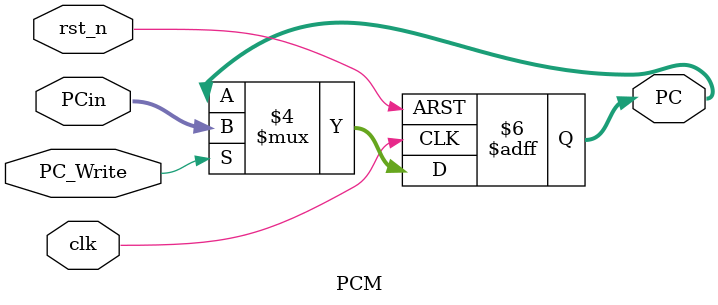
<source format=v>
`timescale 1ns / 1ps


module PCM(
    input PC_Write,clk,rst_n,
    input [31:0] PCin,
    output reg [31:0] PC
    );

    initial 
    begin
        PC<=32'b0;
    end
    always @(negedge rst_n or posedge clk) 
    begin
        if(!rst_n)
            PC<=32'b0;
        else if(PC_Write)
            PC<=PCin;
    end

endmodule

</source>
